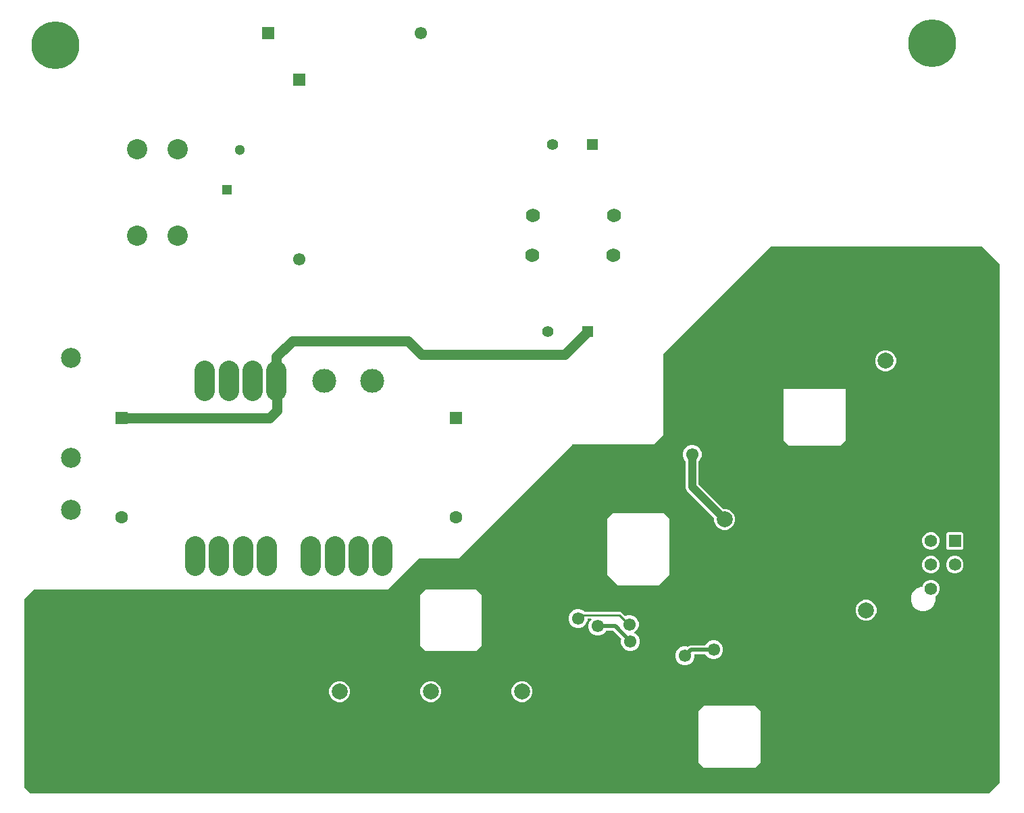
<source format=gbr>
G04 EAGLE Gerber RS-274X export*
G75*
%MOMM*%
%FSLAX34Y34*%
%LPD*%
%INBottom Copper*%
%IPPOS*%
%AMOC8*
5,1,8,0,0,1.08239X$1,22.5*%
G01*
%ADD10R,1.550000X1.550000*%
%ADD11C,1.550000*%
%ADD12R,1.400000X1.400000*%
%ADD13C,1.400000*%
%ADD14C,2.000000*%
%ADD15C,1.762000*%
%ADD16C,6.000000*%
%ADD17C,2.500000*%
%ADD18C,3.000000*%
%ADD19C,2.540000*%
%ADD20R,1.570000X1.570000*%
%ADD21C,1.570000*%
%ADD22R,1.300000X1.300000*%
%ADD23C,1.300000*%
%ADD24R,1.500000X1.500000*%
%ADD25C,1.600000*%
%ADD26C,2.500000*%
%ADD27C,0.508000*%
%ADD28C,1.270000*%
%ADD29C,0.254000*%
%ADD30C,1.016000*%

G36*
X1220042Y11373D02*
X1220042Y11373D01*
X1220084Y11371D01*
X1220151Y11393D01*
X1220221Y11405D01*
X1220257Y11427D01*
X1220298Y11440D01*
X1220371Y11494D01*
X1220414Y11520D01*
X1220427Y11536D01*
X1220448Y11552D01*
X1233448Y24552D01*
X1233473Y24586D01*
X1233504Y24615D01*
X1233536Y24678D01*
X1233577Y24736D01*
X1233587Y24777D01*
X1233607Y24815D01*
X1233620Y24904D01*
X1233633Y24953D01*
X1233630Y24974D01*
X1233634Y25000D01*
X1233634Y675340D01*
X1233627Y675382D01*
X1233629Y675424D01*
X1233607Y675491D01*
X1233595Y675561D01*
X1233573Y675597D01*
X1233560Y675638D01*
X1233506Y675711D01*
X1233480Y675754D01*
X1233464Y675767D01*
X1233448Y675788D01*
X1211578Y697658D01*
X1211544Y697683D01*
X1211515Y697714D01*
X1211452Y697746D01*
X1211394Y697787D01*
X1211353Y697797D01*
X1211315Y697817D01*
X1211226Y697830D01*
X1211177Y697843D01*
X1211156Y697840D01*
X1211130Y697844D01*
X947270Y697844D01*
X947228Y697837D01*
X947186Y697839D01*
X947119Y697817D01*
X947049Y697805D01*
X947013Y697783D01*
X946972Y697770D01*
X946899Y697716D01*
X946856Y697690D01*
X946843Y697674D01*
X946822Y697658D01*
X812352Y563188D01*
X812327Y563154D01*
X812296Y563125D01*
X812264Y563062D01*
X812223Y563004D01*
X812213Y562963D01*
X812193Y562925D01*
X812180Y562836D01*
X812167Y562787D01*
X812170Y562766D01*
X812166Y562740D01*
X812166Y460747D01*
X800363Y448944D01*
X698370Y448944D01*
X698328Y448937D01*
X698286Y448939D01*
X698219Y448917D01*
X698149Y448905D01*
X698113Y448883D01*
X698072Y448870D01*
X697999Y448816D01*
X697956Y448790D01*
X697943Y448774D01*
X697922Y448758D01*
X555797Y306634D01*
X506000Y306634D01*
X505958Y306627D01*
X505916Y306629D01*
X505849Y306607D01*
X505779Y306595D01*
X505743Y306573D01*
X505702Y306560D01*
X505629Y306506D01*
X505586Y306480D01*
X505573Y306464D01*
X505552Y306448D01*
X466737Y267634D01*
X24000Y267634D01*
X23958Y267627D01*
X23916Y267629D01*
X23849Y267607D01*
X23779Y267595D01*
X23743Y267573D01*
X23702Y267560D01*
X23629Y267506D01*
X23586Y267480D01*
X23573Y267464D01*
X23552Y267448D01*
X11552Y255448D01*
X11527Y255414D01*
X11496Y255385D01*
X11464Y255322D01*
X11423Y255264D01*
X11413Y255223D01*
X11393Y255185D01*
X11380Y255096D01*
X11368Y255047D01*
X11370Y255026D01*
X11366Y255000D01*
X11366Y19000D01*
X11373Y18958D01*
X11371Y18916D01*
X11393Y18849D01*
X11405Y18779D01*
X11427Y18743D01*
X11440Y18702D01*
X11486Y18640D01*
X11487Y18638D01*
X11489Y18636D01*
X11494Y18629D01*
X11520Y18586D01*
X11536Y18573D01*
X11552Y18552D01*
X18552Y11552D01*
X18586Y11527D01*
X18615Y11496D01*
X18678Y11464D01*
X18736Y11423D01*
X18777Y11413D01*
X18815Y11393D01*
X18904Y11380D01*
X18953Y11368D01*
X18974Y11370D01*
X19000Y11366D01*
X1220000Y11366D01*
X1220042Y11373D01*
G37*
%LPC*%
G36*
X755387Y272414D02*
X755387Y272414D01*
X742314Y285487D01*
X742314Y355863D01*
X749037Y362586D01*
X813063Y362586D01*
X819786Y355863D01*
X819786Y285487D01*
X806713Y272414D01*
X755387Y272414D01*
G37*
%LPD*%
%LPC*%
G36*
X514087Y189864D02*
X514087Y189864D01*
X507364Y196587D01*
X507364Y260613D01*
X514087Y267336D01*
X578113Y267336D01*
X584836Y260613D01*
X584836Y196587D01*
X578113Y189864D01*
X514087Y189864D01*
G37*
%LPD*%
%LPC*%
G36*
X863337Y43814D02*
X863337Y43814D01*
X856614Y50537D01*
X856614Y114563D01*
X863337Y121286D01*
X927363Y121286D01*
X934086Y114563D01*
X934086Y50537D01*
X927363Y43814D01*
X863337Y43814D01*
G37*
%LPD*%
%LPC*%
G36*
X970017Y447674D02*
X970017Y447674D01*
X963294Y454397D01*
X963294Y518423D01*
X963667Y518796D01*
X1040393Y518796D01*
X1040766Y518423D01*
X1040766Y454397D01*
X1040208Y453839D01*
X1040208Y453838D01*
X1034602Y448232D01*
X1034601Y448232D01*
X1034043Y447674D01*
X970017Y447674D01*
G37*
%LPD*%
%LPC*%
G36*
X768663Y190249D02*
X768663Y190249D01*
X764344Y192038D01*
X761038Y195344D01*
X759249Y199663D01*
X759249Y204337D01*
X759549Y205061D01*
X759561Y205114D01*
X759582Y205164D01*
X759584Y205223D01*
X759597Y205281D01*
X759589Y205334D01*
X759592Y205388D01*
X759574Y205444D01*
X759566Y205503D01*
X759540Y205550D01*
X759523Y205602D01*
X759481Y205659D01*
X759459Y205700D01*
X759436Y205720D01*
X759412Y205753D01*
X749641Y215523D01*
X749606Y215548D01*
X749577Y215579D01*
X749514Y215611D01*
X749457Y215652D01*
X749415Y215662D01*
X749378Y215682D01*
X749288Y215695D01*
X749239Y215708D01*
X749218Y215705D01*
X749192Y215709D01*
X741098Y215709D01*
X741044Y215700D01*
X740990Y215700D01*
X740935Y215680D01*
X740877Y215670D01*
X740830Y215642D01*
X740779Y215624D01*
X740734Y215585D01*
X740684Y215555D01*
X740649Y215513D01*
X740608Y215478D01*
X740572Y215417D01*
X740542Y215381D01*
X740532Y215352D01*
X740512Y215318D01*
X740212Y214594D01*
X736906Y211288D01*
X732587Y209499D01*
X727913Y209499D01*
X723594Y211288D01*
X720288Y214594D01*
X718499Y218913D01*
X718499Y223587D01*
X720288Y227906D01*
X722028Y229647D01*
X722079Y229720D01*
X722135Y229789D01*
X722143Y229811D01*
X722157Y229831D01*
X722179Y229917D01*
X722207Y230001D01*
X722207Y230025D01*
X722213Y230048D01*
X722203Y230137D01*
X722201Y230226D01*
X722192Y230248D01*
X722189Y230271D01*
X722150Y230351D01*
X722116Y230433D01*
X722100Y230451D01*
X722090Y230472D01*
X722025Y230533D01*
X721965Y230599D01*
X721944Y230610D01*
X721927Y230626D01*
X721845Y230661D01*
X721765Y230702D01*
X721739Y230705D01*
X721720Y230714D01*
X721670Y230716D01*
X721580Y230729D01*
X717685Y230729D01*
X717620Y230718D01*
X717554Y230716D01*
X717511Y230698D01*
X717464Y230690D01*
X717407Y230656D01*
X717347Y230631D01*
X717312Y230600D01*
X717271Y230575D01*
X717229Y230524D01*
X717181Y230480D01*
X717159Y230438D01*
X717130Y230401D01*
X717109Y230339D01*
X717078Y230280D01*
X717070Y230226D01*
X717058Y230189D01*
X717059Y230149D01*
X717051Y230095D01*
X717051Y228663D01*
X715262Y224344D01*
X711956Y221038D01*
X707637Y219249D01*
X702963Y219249D01*
X698644Y221038D01*
X695338Y224344D01*
X693549Y228663D01*
X693549Y233337D01*
X695338Y237656D01*
X698644Y240962D01*
X702963Y242751D01*
X707637Y242751D01*
X711956Y240962D01*
X713462Y239457D01*
X713496Y239432D01*
X713525Y239401D01*
X713588Y239369D01*
X713646Y239328D01*
X713687Y239318D01*
X713725Y239298D01*
X713814Y239285D01*
X713863Y239272D01*
X713884Y239275D01*
X713910Y239271D01*
X758769Y239271D01*
X761456Y236583D01*
X763727Y234313D01*
X763771Y234282D01*
X763809Y234243D01*
X763863Y234218D01*
X763911Y234185D01*
X763964Y234171D01*
X764013Y234148D01*
X764071Y234143D01*
X764129Y234129D01*
X764182Y234134D01*
X764236Y234130D01*
X764305Y234147D01*
X764352Y234152D01*
X764379Y234165D01*
X764418Y234175D01*
X767267Y235355D01*
X771942Y235355D01*
X776261Y233566D01*
X779566Y230261D01*
X781355Y225942D01*
X781355Y221267D01*
X779566Y216948D01*
X776221Y213603D01*
X776191Y213587D01*
X776175Y213569D01*
X776155Y213556D01*
X776102Y213485D01*
X776043Y213418D01*
X776035Y213396D01*
X776021Y213377D01*
X775995Y213291D01*
X775963Y213208D01*
X775963Y213185D01*
X775956Y213162D01*
X775962Y213073D01*
X775962Y212984D01*
X775970Y212962D01*
X775971Y212938D01*
X776008Y212857D01*
X776038Y212773D01*
X776053Y212755D01*
X776063Y212733D01*
X776126Y212670D01*
X776183Y212602D01*
X776206Y212588D01*
X776221Y212573D01*
X776266Y212552D01*
X776344Y212505D01*
X777656Y211962D01*
X780962Y208656D01*
X782751Y204337D01*
X782751Y199663D01*
X780962Y195344D01*
X777656Y192038D01*
X773337Y190249D01*
X768663Y190249D01*
G37*
%LPD*%
%LPC*%
G36*
X886414Y342199D02*
X886414Y342199D01*
X881636Y344179D01*
X877979Y347836D01*
X875999Y352614D01*
X875999Y356510D01*
X875992Y356552D01*
X875994Y356594D01*
X875972Y356662D01*
X875960Y356731D01*
X875938Y356768D01*
X875925Y356808D01*
X875871Y356881D01*
X875845Y356924D01*
X875829Y356937D01*
X875813Y356959D01*
X843872Y388900D01*
X841510Y391263D01*
X840279Y394233D01*
X840279Y428080D01*
X840272Y428122D01*
X840274Y428164D01*
X840266Y428188D01*
X840266Y428199D01*
X840252Y428233D01*
X840240Y428301D01*
X840218Y428337D01*
X840205Y428378D01*
X840151Y428451D01*
X840125Y428494D01*
X840109Y428507D01*
X840093Y428528D01*
X838398Y430224D01*
X836609Y434543D01*
X836609Y439217D01*
X838398Y443536D01*
X841704Y446842D01*
X846023Y448631D01*
X850697Y448631D01*
X855016Y446842D01*
X858322Y443536D01*
X860111Y439217D01*
X860111Y434543D01*
X858322Y430224D01*
X856627Y428528D01*
X856602Y428494D01*
X856571Y428465D01*
X856539Y428402D01*
X856498Y428344D01*
X856488Y428303D01*
X856468Y428265D01*
X856457Y428190D01*
X856448Y428162D01*
X856448Y428149D01*
X856442Y428127D01*
X856445Y428106D01*
X856441Y428080D01*
X856441Y399450D01*
X856448Y399408D01*
X856446Y399366D01*
X856468Y399299D01*
X856480Y399229D01*
X856502Y399192D01*
X856515Y399152D01*
X856569Y399079D01*
X856595Y399036D01*
X856611Y399023D01*
X856627Y399001D01*
X887241Y368387D01*
X887276Y368362D01*
X887305Y368331D01*
X887368Y368299D01*
X887426Y368258D01*
X887467Y368248D01*
X887504Y368228D01*
X887594Y368215D01*
X887643Y368202D01*
X887664Y368205D01*
X887690Y368201D01*
X891586Y368201D01*
X896364Y366221D01*
X900021Y362564D01*
X902001Y357786D01*
X902001Y352614D01*
X900021Y347836D01*
X896364Y344179D01*
X891586Y342199D01*
X886414Y342199D01*
G37*
%LPD*%
%LPC*%
G36*
X837133Y172399D02*
X837133Y172399D01*
X832814Y174188D01*
X829508Y177494D01*
X827719Y181813D01*
X827719Y186487D01*
X829508Y190806D01*
X832814Y194112D01*
X837133Y195901D01*
X841807Y195901D01*
X842531Y195601D01*
X842584Y195589D01*
X842634Y195568D01*
X842693Y195566D01*
X842751Y195553D01*
X842804Y195561D01*
X842858Y195558D01*
X842914Y195576D01*
X842973Y195584D01*
X843020Y195610D01*
X843072Y195627D01*
X843129Y195669D01*
X843170Y195691D01*
X843190Y195714D01*
X843223Y195738D01*
X843951Y196467D01*
X845988Y197311D01*
X864502Y197311D01*
X864556Y197320D01*
X864610Y197320D01*
X864665Y197340D01*
X864723Y197350D01*
X864770Y197378D01*
X864821Y197396D01*
X864866Y197435D01*
X864916Y197465D01*
X864951Y197507D01*
X864992Y197542D01*
X865028Y197603D01*
X865058Y197639D01*
X865068Y197668D01*
X865088Y197702D01*
X865388Y198426D01*
X868694Y201732D01*
X873013Y203521D01*
X877687Y203521D01*
X882006Y201732D01*
X885312Y198426D01*
X887101Y194107D01*
X887101Y189433D01*
X885312Y185114D01*
X882006Y181808D01*
X877687Y180019D01*
X873013Y180019D01*
X868694Y181808D01*
X865388Y185114D01*
X865088Y185838D01*
X865059Y185883D01*
X865039Y185933D01*
X864999Y185977D01*
X864967Y186027D01*
X864924Y186059D01*
X864887Y186099D01*
X864835Y186126D01*
X864788Y186161D01*
X864736Y186177D01*
X864688Y186202D01*
X864617Y186212D01*
X864573Y186225D01*
X864542Y186223D01*
X864502Y186229D01*
X851855Y186229D01*
X851790Y186218D01*
X851724Y186216D01*
X851681Y186198D01*
X851634Y186190D01*
X851577Y186156D01*
X851517Y186131D01*
X851482Y186100D01*
X851441Y186075D01*
X851399Y186024D01*
X851351Y185980D01*
X851329Y185938D01*
X851300Y185901D01*
X851279Y185839D01*
X851248Y185780D01*
X851240Y185726D01*
X851228Y185689D01*
X851229Y185649D01*
X851221Y185595D01*
X851221Y181813D01*
X849432Y177494D01*
X846126Y174188D01*
X841807Y172399D01*
X837133Y172399D01*
G37*
%LPD*%
%LPC*%
G36*
X1134864Y240389D02*
X1134864Y240389D01*
X1129255Y242713D01*
X1124963Y247005D01*
X1122639Y252614D01*
X1122639Y258686D01*
X1124963Y264295D01*
X1129255Y268587D01*
X1134864Y270911D01*
X1136551Y270911D01*
X1136604Y270920D01*
X1136658Y270920D01*
X1136714Y270940D01*
X1136772Y270950D01*
X1136818Y270978D01*
X1136869Y270996D01*
X1136914Y271035D01*
X1136965Y271065D01*
X1136999Y271107D01*
X1137040Y271142D01*
X1137077Y271203D01*
X1137106Y271239D01*
X1137116Y271268D01*
X1137137Y271302D01*
X1138501Y274597D01*
X1141553Y277649D01*
X1145542Y279301D01*
X1149858Y279301D01*
X1153847Y277649D01*
X1156899Y274597D01*
X1158551Y270608D01*
X1158551Y266292D01*
X1156899Y262303D01*
X1153846Y259251D01*
X1153552Y259129D01*
X1153507Y259100D01*
X1153457Y259080D01*
X1153413Y259040D01*
X1153363Y259008D01*
X1153331Y258965D01*
X1153291Y258928D01*
X1153264Y258876D01*
X1153229Y258829D01*
X1153213Y258777D01*
X1153188Y258729D01*
X1153178Y258658D01*
X1153165Y258614D01*
X1153167Y258583D01*
X1153161Y258543D01*
X1153161Y252614D01*
X1150837Y247005D01*
X1146545Y242713D01*
X1140936Y240389D01*
X1134864Y240389D01*
G37*
%LPD*%
%LPC*%
G36*
X1088344Y541119D02*
X1088344Y541119D01*
X1083566Y543099D01*
X1079909Y546756D01*
X1077929Y551534D01*
X1077929Y556706D01*
X1079909Y561484D01*
X1083566Y565141D01*
X1088344Y567121D01*
X1093516Y567121D01*
X1098294Y565141D01*
X1101951Y561484D01*
X1103931Y556706D01*
X1103931Y551534D01*
X1101951Y546756D01*
X1098294Y543099D01*
X1093516Y541119D01*
X1088344Y541119D01*
G37*
%LPD*%
%LPC*%
G36*
X1063814Y228299D02*
X1063814Y228299D01*
X1059036Y230279D01*
X1055379Y233936D01*
X1053399Y238714D01*
X1053399Y243886D01*
X1055379Y248664D01*
X1059036Y252321D01*
X1063814Y254301D01*
X1068986Y254301D01*
X1073764Y252321D01*
X1077421Y248664D01*
X1079401Y243886D01*
X1079401Y238714D01*
X1077421Y233936D01*
X1073764Y230279D01*
X1068986Y228299D01*
X1063814Y228299D01*
G37*
%LPD*%
%LPC*%
G36*
X632414Y126299D02*
X632414Y126299D01*
X627636Y128279D01*
X623979Y131936D01*
X621999Y136714D01*
X621999Y141886D01*
X623979Y146664D01*
X627636Y150321D01*
X632414Y152301D01*
X637586Y152301D01*
X642364Y150321D01*
X646021Y146664D01*
X648001Y141886D01*
X648001Y136714D01*
X646021Y131936D01*
X642364Y128279D01*
X637586Y126299D01*
X632414Y126299D01*
G37*
%LPD*%
%LPC*%
G36*
X518114Y126299D02*
X518114Y126299D01*
X513336Y128279D01*
X509679Y131936D01*
X507699Y136714D01*
X507699Y141886D01*
X509679Y146664D01*
X513336Y150321D01*
X518114Y152301D01*
X523286Y152301D01*
X528064Y150321D01*
X531721Y146664D01*
X533701Y141886D01*
X533701Y136714D01*
X531721Y131936D01*
X528064Y128279D01*
X523286Y126299D01*
X518114Y126299D01*
G37*
%LPD*%
%LPC*%
G36*
X403814Y126299D02*
X403814Y126299D01*
X399036Y128279D01*
X395379Y131936D01*
X393399Y136714D01*
X393399Y141886D01*
X395379Y146664D01*
X399036Y150321D01*
X403814Y152301D01*
X408986Y152301D01*
X413764Y150321D01*
X417421Y146664D01*
X419401Y141886D01*
X419401Y136714D01*
X417421Y131936D01*
X413764Y128279D01*
X408986Y126299D01*
X403814Y126299D01*
G37*
%LPD*%
%LPC*%
G36*
X1168607Y317599D02*
X1168607Y317599D01*
X1166849Y319357D01*
X1166849Y337543D01*
X1168607Y339301D01*
X1186793Y339301D01*
X1188551Y337543D01*
X1188551Y319357D01*
X1186793Y317599D01*
X1168607Y317599D01*
G37*
%LPD*%
%LPC*%
G36*
X1145542Y317599D02*
X1145542Y317599D01*
X1141553Y319251D01*
X1138501Y322303D01*
X1136849Y326292D01*
X1136849Y330608D01*
X1138501Y334597D01*
X1141553Y337649D01*
X1145542Y339301D01*
X1149858Y339301D01*
X1153847Y337649D01*
X1156899Y334597D01*
X1158551Y330608D01*
X1158551Y326292D01*
X1156899Y322303D01*
X1153847Y319251D01*
X1149858Y317599D01*
X1145542Y317599D01*
G37*
%LPD*%
%LPC*%
G36*
X1175542Y287599D02*
X1175542Y287599D01*
X1171553Y289251D01*
X1168501Y292303D01*
X1166849Y296292D01*
X1166849Y300608D01*
X1168501Y304597D01*
X1171553Y307649D01*
X1175542Y309301D01*
X1179858Y309301D01*
X1183847Y307649D01*
X1186899Y304597D01*
X1188551Y300608D01*
X1188551Y296292D01*
X1186899Y292303D01*
X1183847Y289251D01*
X1179858Y287599D01*
X1175542Y287599D01*
G37*
%LPD*%
%LPC*%
G36*
X1145542Y287599D02*
X1145542Y287599D01*
X1141553Y289251D01*
X1138501Y292303D01*
X1136849Y296292D01*
X1136849Y300608D01*
X1138501Y304597D01*
X1141553Y307649D01*
X1145542Y309301D01*
X1149858Y309301D01*
X1153847Y307649D01*
X1156899Y304597D01*
X1158551Y300608D01*
X1158551Y296292D01*
X1156899Y292303D01*
X1153847Y289251D01*
X1149858Y287599D01*
X1145542Y287599D01*
G37*
%LPD*%
D10*
X355600Y906250D03*
D11*
X355600Y681250D03*
D12*
X723500Y825500D03*
D13*
X673500Y825500D03*
D12*
X717150Y590550D03*
D13*
X667150Y590550D03*
D14*
X406400Y89300D03*
X406400Y139300D03*
X520700Y89300D03*
X520700Y139300D03*
X635000Y89300D03*
X635000Y139300D03*
X1016400Y241300D03*
X1066400Y241300D03*
X889000Y305200D03*
X889000Y355200D03*
D15*
X648450Y736200D03*
X648200Y686200D03*
X750050Y736200D03*
X749800Y686200D03*
D16*
X50800Y50800D03*
X50000Y950000D03*
X1149350Y952500D03*
X1149350Y50800D03*
D10*
X317200Y965200D03*
D11*
X508300Y965200D03*
D17*
X225400Y321600D02*
X225400Y296600D01*
X255400Y296600D02*
X255400Y321600D01*
X285400Y321600D02*
X285400Y296600D01*
X370400Y296600D02*
X370400Y321600D01*
X315400Y321600D02*
X315400Y296600D01*
X400400Y296600D02*
X400400Y321600D01*
X460400Y321600D02*
X460400Y296600D01*
X267400Y516600D02*
X267400Y541600D01*
X297400Y541600D02*
X297400Y516600D01*
X327400Y516600D02*
X327400Y541600D01*
X237400Y541600D02*
X237400Y516600D01*
D18*
X387400Y529100D03*
D17*
X430400Y321600D02*
X430400Y296600D01*
D18*
X447400Y529100D03*
D19*
X203200Y819150D03*
X152400Y819150D03*
X203200Y711200D03*
X152400Y711200D03*
D20*
X1177700Y328450D03*
D21*
X1177700Y298450D03*
X1177700Y268450D03*
X1147700Y328450D03*
X1147700Y298450D03*
X1147700Y268450D03*
D22*
X265050Y768750D03*
D23*
X281050Y818750D03*
D24*
X133350Y482600D03*
D25*
X133350Y357600D03*
D24*
X552450Y482600D03*
D25*
X552450Y357600D03*
D26*
X69850Y557800D03*
X69850Y432800D03*
X69850Y367300D03*
X69850Y242300D03*
D14*
X1090930Y554120D03*
X1090930Y604120D03*
D11*
X25400Y228600D03*
X25400Y177800D03*
X25400Y127000D03*
X25400Y76200D03*
X76200Y25400D03*
X127000Y25400D03*
X177800Y25400D03*
X228600Y25400D03*
X279400Y25400D03*
X330200Y25400D03*
X381000Y25400D03*
X431800Y25400D03*
X482600Y25400D03*
X533400Y25400D03*
X584200Y25400D03*
X635000Y25400D03*
X685800Y25400D03*
X736600Y25400D03*
X787400Y25400D03*
X838200Y25400D03*
X889000Y25400D03*
X990600Y25400D03*
X1041400Y25400D03*
X1092200Y25400D03*
X1193800Y25400D03*
X1219200Y50800D03*
X1219200Y101600D03*
X1219200Y152400D03*
X1219200Y203200D03*
X1219200Y231140D03*
X1155700Y229870D03*
X1143000Y381000D03*
X1092200Y381000D03*
X1041400Y381000D03*
X990600Y381000D03*
X939800Y381000D03*
X838200Y381000D03*
X787400Y381000D03*
X736600Y381000D03*
X711200Y355600D03*
X685800Y330200D03*
X660400Y304800D03*
X685800Y279400D03*
X660400Y254000D03*
X685800Y228600D03*
X660400Y203200D03*
X813200Y266400D03*
X914400Y330200D03*
X863600Y330200D03*
X990600Y330200D03*
X965200Y304800D03*
X939800Y279400D03*
X965200Y254000D03*
X939800Y228600D03*
X914400Y254000D03*
X1041400Y304800D03*
X1016000Y279400D03*
X1041400Y254000D03*
X1016000Y203200D03*
X1041400Y177800D03*
X1117600Y177800D03*
X1117600Y228600D03*
X1117600Y127000D03*
X798830Y76200D03*
X797560Y127000D03*
X728200Y305800D03*
X868200Y263600D03*
X812800Y190500D03*
X805180Y167640D03*
X775970Y101600D03*
X711200Y127000D03*
X736600Y101600D03*
X685800Y101600D03*
X660400Y76200D03*
X711200Y76200D03*
X817880Y101600D03*
X558800Y152400D03*
X558800Y101600D03*
X558800Y50800D03*
X584200Y76200D03*
X584200Y127000D03*
X457200Y76200D03*
X381000Y76200D03*
X381000Y127000D03*
X381000Y177800D03*
X381000Y228600D03*
X355600Y254000D03*
X304800Y254000D03*
X254000Y254000D03*
X203200Y254000D03*
X152400Y254000D03*
X101600Y254000D03*
X25400Y254000D03*
X958850Y146050D03*
X952500Y127000D03*
X946150Y101600D03*
X946150Y63500D03*
X958850Y196850D03*
X1003300Y184150D03*
X615950Y304800D03*
X615950Y254000D03*
X615950Y203200D03*
X859447Y139300D03*
D27*
X858577Y138430D01*
X808990Y138430D02*
X797560Y127000D01*
X808990Y138430D02*
X858577Y138430D01*
D11*
X727710Y280670D03*
X844550Y273050D03*
X844550Y241300D03*
X840740Y210820D03*
X754380Y127000D03*
X758190Y74930D03*
X774700Y167640D03*
X748030Y167640D03*
X1118870Y674370D03*
X1118870Y623570D03*
X1118870Y585470D03*
X1118870Y521970D03*
X1118870Y471170D03*
X918210Y641350D03*
X956310Y680720D03*
X963930Y652780D03*
X984250Y594360D03*
X890270Y609600D03*
X1019810Y595630D03*
X1210310Y551180D03*
X715010Y427990D03*
X849630Y576580D03*
X1007110Y685800D03*
X1170940Y420370D03*
X1120140Y420370D03*
X1069340Y420370D03*
X1018540Y420370D03*
X967740Y420370D03*
X916940Y420370D03*
X866140Y420370D03*
X815340Y420370D03*
X764540Y420370D03*
X995680Y643890D03*
X1026160Y643890D03*
X1172210Y654050D03*
X1172210Y603250D03*
X1172210Y574040D03*
X1172210Y501650D03*
X1172210Y450850D03*
X1042670Y687070D03*
X1069340Y661670D03*
X1066800Y463550D03*
X864870Y520700D03*
X824230Y544830D03*
X825500Y486410D03*
X1066800Y492760D03*
X1057910Y525780D03*
X943610Y520700D03*
D28*
X717150Y590550D02*
X688600Y562000D01*
X509000Y562000D02*
X492000Y579000D01*
X347000Y579000D01*
X327400Y559400D01*
X327400Y529100D01*
X509000Y562000D02*
X688600Y562000D01*
X318600Y482600D02*
X133350Y482600D01*
X318600Y482600D02*
X328000Y492000D01*
X328000Y528500D01*
X327400Y529100D01*
D11*
X730250Y221250D03*
D27*
X751750Y221250D01*
X771000Y202000D01*
D11*
X771000Y202000D03*
X705300Y231000D03*
D29*
X709300Y235000D01*
X757000Y235000D02*
X769000Y223000D01*
X769605Y223605D01*
D11*
X769605Y223605D03*
D29*
X757000Y235000D02*
X709300Y235000D01*
D11*
X839470Y184150D03*
D27*
X847090Y191770D01*
D11*
X875350Y191770D03*
D27*
X847090Y191770D01*
D30*
X889000Y355200D02*
X848360Y395840D01*
X848360Y436880D01*
D11*
X848360Y436880D03*
M02*

</source>
